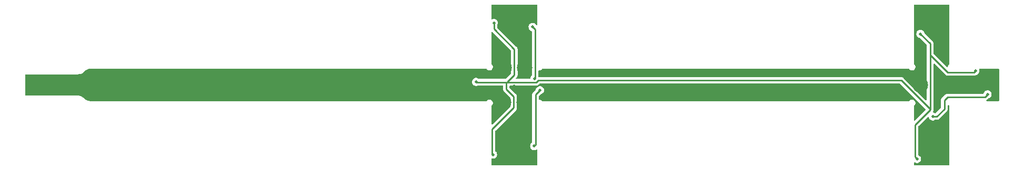
<source format=gbl>
G04 #@! TF.GenerationSoftware,KiCad,Pcbnew,7.0.7*
G04 #@! TF.CreationDate,2024-05-14T22:47:58+02:00*
G04 #@! TF.ProjectId,Pinky_V1,50696e6b-795f-4563-912e-6b696361645f,rev?*
G04 #@! TF.SameCoordinates,Original*
G04 #@! TF.FileFunction,Copper,L2,Bot*
G04 #@! TF.FilePolarity,Positive*
%FSLAX46Y46*%
G04 Gerber Fmt 4.6, Leading zero omitted, Abs format (unit mm)*
G04 Created by KiCad (PCBNEW 7.0.7) date 2024-05-14 22:47:58*
%MOMM*%
%LPD*%
G01*
G04 APERTURE LIST*
G04 #@! TA.AperFunction,ViaPad*
%ADD10C,0.500000*%
G04 #@! TD*
G04 #@! TA.AperFunction,ViaPad*
%ADD11C,2.500000*%
G04 #@! TD*
G04 #@! TA.AperFunction,ViaPad*
%ADD12C,0.800000*%
G04 #@! TD*
G04 #@! TA.AperFunction,Conductor*
%ADD13C,0.250000*%
G04 #@! TD*
G04 APERTURE END LIST*
D10*
X137709999Y-129484000D03*
X205930001Y-130183980D03*
X215320001Y-115993500D03*
X137850000Y-108233994D03*
X206470001Y-110004000D03*
X134969999Y-117764000D03*
X144330000Y-128114000D03*
X145250000Y-119104000D03*
X217280000Y-119764000D03*
X208460001Y-123344000D03*
X144079999Y-108884000D03*
X144400000Y-117204000D03*
X77973722Y-118254000D03*
X78673725Y-118254000D03*
D11*
X142729999Y-121064000D03*
X142809999Y-115464000D03*
D12*
X207530001Y-125114000D03*
D10*
X141080000Y-118414000D03*
D12*
X206090001Y-111944000D03*
D11*
X210280000Y-118264000D03*
X139529999Y-115464000D03*
X206430000Y-118264000D03*
D10*
X79373724Y-118254000D03*
D12*
X206230001Y-122714000D03*
D10*
X76573724Y-118254000D03*
X218410001Y-116074000D03*
D11*
X139429999Y-121064000D03*
D10*
X77273723Y-118254000D03*
D13*
X208045000Y-122254000D02*
X205620001Y-124678999D01*
X137560000Y-129334001D02*
X137560000Y-125394000D01*
X134989999Y-117784000D02*
X135009999Y-117804000D01*
X139990000Y-117784000D02*
X141134999Y-116639001D01*
X203400000Y-117514000D02*
X208045000Y-122159000D01*
X208045000Y-113388999D02*
X210890001Y-116234000D01*
X137850000Y-109204000D02*
X137850000Y-108233994D01*
X139850000Y-118914000D02*
X139850000Y-117804000D01*
X144650600Y-117809000D02*
X144955600Y-117504000D01*
X144955600Y-117504000D02*
X203390000Y-117504000D01*
X208045000Y-112944000D02*
X208045000Y-113388999D01*
X144149400Y-117809000D02*
X144650600Y-117809000D01*
X208045000Y-111588999D02*
X206470001Y-110014000D01*
X205620001Y-124678999D02*
X205620001Y-129873980D01*
X206470001Y-110014000D02*
X206470001Y-110004000D01*
X215079501Y-116234000D02*
X215320001Y-115993500D01*
X141134999Y-116639001D02*
X141134999Y-112488999D01*
X134989999Y-117784000D02*
X134969999Y-117764000D01*
X137709999Y-129484000D02*
X137560000Y-129334001D01*
X203390000Y-117504000D02*
X203400000Y-117514000D01*
X135009999Y-117804000D02*
X139850000Y-117804000D01*
X141034999Y-121919001D02*
X141034999Y-120098999D01*
X137560000Y-125394000D02*
X141034999Y-121919001D01*
X139850000Y-117804000D02*
X144144400Y-117804000D01*
X141034999Y-120098999D02*
X139850000Y-118914000D01*
X144144400Y-117804000D02*
X144149400Y-117809000D01*
X141134999Y-112488999D02*
X137850000Y-109204000D01*
X208045000Y-122159000D02*
X208045000Y-122254000D01*
X205620001Y-129873980D02*
X205930001Y-130183980D01*
X208045000Y-122254000D02*
X208045000Y-111588999D01*
X210890001Y-116234000D02*
X215079501Y-116234000D01*
X144330000Y-128114000D02*
X144540000Y-127904000D01*
X144540000Y-127904000D02*
X144540000Y-119814000D01*
X144540000Y-119814000D02*
X145250000Y-119104000D01*
X209120001Y-123344000D02*
X210320001Y-122144000D01*
X210320001Y-120704000D02*
X210830001Y-120194000D01*
X208460001Y-123344000D02*
X209120001Y-123344000D01*
X210320001Y-122144000D02*
X210320001Y-120704000D01*
X210830001Y-120194000D02*
X216850000Y-120194000D01*
X216850000Y-120194000D02*
X217280000Y-119764000D01*
X144470000Y-117134000D02*
X144400000Y-117204000D01*
X144470000Y-109274001D02*
X144470000Y-117134000D01*
X144079999Y-108884000D02*
X144470000Y-109274001D01*
G04 #@! TA.AperFunction,Conductor*
G36*
X203189513Y-118048407D02*
G01*
X203201326Y-118058496D01*
X207279325Y-122136495D01*
X207307102Y-122191012D01*
X207297531Y-122251444D01*
X207279325Y-122276503D01*
X205599502Y-123956328D01*
X205544985Y-123984105D01*
X205484553Y-123974534D01*
X205441288Y-123931269D01*
X205430498Y-123886324D01*
X205430498Y-121662122D01*
X205449405Y-121603931D01*
X205463641Y-121589317D01*
X205463426Y-121589102D01*
X205570510Y-121482019D01*
X205610367Y-121412985D01*
X205642986Y-121356488D01*
X205680503Y-121216477D01*
X205680503Y-121071526D01*
X205642987Y-120931515D01*
X205570512Y-120805984D01*
X205468016Y-120703488D01*
X205342485Y-120631013D01*
X205202474Y-120593497D01*
X205057523Y-120593497D01*
X205057520Y-120593497D01*
X204917512Y-120631013D01*
X204917508Y-120631015D01*
X204791980Y-120703489D01*
X204684898Y-120810574D01*
X204683706Y-120809382D01*
X204640001Y-120839424D01*
X204611878Y-120843502D01*
X145648122Y-120843502D01*
X145589931Y-120824595D01*
X145575318Y-120810359D01*
X145575103Y-120810575D01*
X145521972Y-120757444D01*
X145468020Y-120703491D01*
X145426618Y-120679587D01*
X145342490Y-120631014D01*
X145342487Y-120631013D01*
X145202482Y-120593498D01*
X145202477Y-120593497D01*
X145164498Y-120593497D01*
X145106307Y-120574588D01*
X145070345Y-120525088D01*
X145065500Y-120494497D01*
X145065500Y-120072676D01*
X145084407Y-120014485D01*
X145094490Y-120002679D01*
X145327632Y-119769536D01*
X145373938Y-119743419D01*
X145482365Y-119716696D01*
X145622240Y-119643283D01*
X145740483Y-119538530D01*
X145830220Y-119408523D01*
X145886237Y-119260818D01*
X145905278Y-119104000D01*
X145901677Y-119074346D01*
X145892583Y-118999454D01*
X145886237Y-118947182D01*
X145830220Y-118799477D01*
X145740483Y-118669470D01*
X145622240Y-118564717D01*
X145552302Y-118528010D01*
X145482364Y-118491303D01*
X145328987Y-118453500D01*
X145328985Y-118453500D01*
X145171015Y-118453500D01*
X145171012Y-118453500D01*
X145017635Y-118491303D01*
X144877758Y-118564718D01*
X144759515Y-118669471D01*
X144669780Y-118799476D01*
X144613763Y-118947182D01*
X144610986Y-118970049D01*
X144585201Y-119025536D01*
X144582712Y-119028116D01*
X144174771Y-119436058D01*
X144128530Y-119479245D01*
X144106318Y-119515770D01*
X144103466Y-119519960D01*
X144077636Y-119554024D01*
X144077635Y-119554026D01*
X144070741Y-119571506D01*
X144063237Y-119586615D01*
X144053473Y-119602673D01*
X144041939Y-119643835D01*
X144040323Y-119648641D01*
X144024641Y-119688407D01*
X144024640Y-119688413D01*
X144022718Y-119707103D01*
X144019569Y-119723676D01*
X144014500Y-119741771D01*
X144014500Y-119784521D01*
X144014240Y-119789585D01*
X144009869Y-119832110D01*
X144013061Y-119850625D01*
X144014500Y-119867444D01*
X144014500Y-127485090D01*
X143995593Y-127543281D01*
X143961509Y-127572749D01*
X143957759Y-127574716D01*
X143839515Y-127679471D01*
X143749780Y-127809476D01*
X143693763Y-127957182D01*
X143693762Y-127957183D01*
X143674722Y-128113998D01*
X143674722Y-128114001D01*
X143693762Y-128270816D01*
X143693763Y-128270817D01*
X143749780Y-128418523D01*
X143839515Y-128548528D01*
X143839516Y-128548529D01*
X143839517Y-128548530D01*
X143957760Y-128653283D01*
X144097635Y-128726696D01*
X144251015Y-128764500D01*
X144251018Y-128764500D01*
X144408982Y-128764500D01*
X144408985Y-128764500D01*
X144562365Y-128726696D01*
X144684492Y-128662597D01*
X144744801Y-128652297D01*
X144799650Y-128679413D01*
X144828085Y-128733590D01*
X144829498Y-128750258D01*
X144829498Y-131094502D01*
X144810591Y-131152693D01*
X144761091Y-131188657D01*
X144730498Y-131193502D01*
X137529497Y-131193502D01*
X137471306Y-131174595D01*
X137435342Y-131125095D01*
X137430497Y-131094502D01*
X137430497Y-130211441D01*
X137449404Y-130153250D01*
X137498904Y-130117286D01*
X137553188Y-130115318D01*
X137631014Y-130134500D01*
X137631017Y-130134500D01*
X137788981Y-130134500D01*
X137788984Y-130134500D01*
X137942364Y-130096696D01*
X138082239Y-130023283D01*
X138200482Y-129918530D01*
X138290219Y-129788523D01*
X138346236Y-129640818D01*
X138365277Y-129484000D01*
X138346236Y-129327182D01*
X138290219Y-129179477D01*
X138200482Y-129049470D01*
X138200481Y-129049469D01*
X138200481Y-129049468D01*
X138118851Y-128977151D01*
X138087832Y-128924411D01*
X138085500Y-128903048D01*
X138085500Y-125652676D01*
X138104407Y-125594485D01*
X138114490Y-125582678D01*
X141400242Y-122296927D01*
X141446468Y-122253756D01*
X141468683Y-122217222D01*
X141471519Y-122213055D01*
X141497364Y-122178976D01*
X141504259Y-122161489D01*
X141511765Y-122146376D01*
X141521525Y-122130329D01*
X141533059Y-122089159D01*
X141534672Y-122084364D01*
X141534816Y-122084001D01*
X141550358Y-122044590D01*
X141552279Y-122025891D01*
X141555429Y-122009318D01*
X141560499Y-121991229D01*
X141560499Y-121948486D01*
X141560759Y-121943421D01*
X141561661Y-121934642D01*
X141565131Y-121900891D01*
X141561938Y-121882377D01*
X141560499Y-121865556D01*
X141560499Y-120107983D01*
X141561705Y-120072676D01*
X141562659Y-120044754D01*
X141552537Y-120003220D01*
X141551591Y-119998247D01*
X141545770Y-119955888D01*
X141538284Y-119938655D01*
X141532903Y-119922653D01*
X141528457Y-119904405D01*
X141507506Y-119867145D01*
X141505249Y-119862602D01*
X141504206Y-119860201D01*
X141488218Y-119823390D01*
X141476357Y-119808812D01*
X141466860Y-119794856D01*
X141463896Y-119789585D01*
X141457657Y-119778488D01*
X141437152Y-119757983D01*
X141427426Y-119748256D01*
X141424028Y-119744491D01*
X141423154Y-119743417D01*
X141397053Y-119711334D01*
X141397052Y-119711333D01*
X141397051Y-119711332D01*
X141381705Y-119700499D01*
X141368793Y-119689624D01*
X140404496Y-118725327D01*
X140376719Y-118670810D01*
X140375500Y-118655323D01*
X140375500Y-118428500D01*
X140394407Y-118370309D01*
X140443907Y-118334345D01*
X140474500Y-118329500D01*
X144045719Y-118329500D01*
X144072428Y-118333170D01*
X144077172Y-118334500D01*
X144119922Y-118334500D01*
X144124986Y-118334760D01*
X144136459Y-118335939D01*
X144167510Y-118339131D01*
X144182716Y-118336509D01*
X144186025Y-118335939D01*
X144202844Y-118334500D01*
X144641615Y-118334500D01*
X144643851Y-118334576D01*
X144704845Y-118336660D01*
X144746377Y-118326538D01*
X144751340Y-118325594D01*
X144793711Y-118319771D01*
X144810955Y-118312280D01*
X144826943Y-118306904D01*
X144845194Y-118302457D01*
X144882455Y-118281505D01*
X144886985Y-118279255D01*
X144926209Y-118262219D01*
X144940784Y-118250360D01*
X144954736Y-118240864D01*
X144971112Y-118231658D01*
X145001348Y-118201420D01*
X145005092Y-118198041D01*
X145038265Y-118171054D01*
X145049100Y-118155702D01*
X145059972Y-118142797D01*
X145144274Y-118058496D01*
X145198791Y-118030719D01*
X145214277Y-118029500D01*
X203131322Y-118029500D01*
X203189513Y-118048407D01*
G37*
G04 #@! TD.AperFunction*
G04 #@! TA.AperFunction,Conductor*
G36*
X211014503Y-121507030D02*
G01*
X211084506Y-121577034D01*
X211096567Y-121589095D01*
X211095374Y-121590287D01*
X211125417Y-121633988D01*
X211129497Y-121662116D01*
X211129497Y-131094502D01*
X211110590Y-131152693D01*
X211061090Y-131188657D01*
X211030497Y-131193502D01*
X205529498Y-131193502D01*
X205471307Y-131174595D01*
X205435343Y-131125095D01*
X205430498Y-131094502D01*
X205430498Y-130820236D01*
X205449405Y-130762045D01*
X205498905Y-130726081D01*
X205560091Y-130726081D01*
X205575502Y-130732574D01*
X205697636Y-130796676D01*
X205851016Y-130834480D01*
X205851019Y-130834480D01*
X206008983Y-130834480D01*
X206008986Y-130834480D01*
X206162366Y-130796676D01*
X206302241Y-130723263D01*
X206420484Y-130618510D01*
X206510221Y-130488503D01*
X206566238Y-130340798D01*
X206585279Y-130183980D01*
X206566238Y-130027162D01*
X206510221Y-129879457D01*
X206420484Y-129749450D01*
X206302241Y-129644697D01*
X206198493Y-129590245D01*
X206155754Y-129546460D01*
X206145501Y-129502585D01*
X206145501Y-124937675D01*
X206164408Y-124879484D01*
X206174491Y-124867677D01*
X207649412Y-123392755D01*
X207703929Y-123364979D01*
X207764361Y-123374550D01*
X207807626Y-123417815D01*
X207817694Y-123450827D01*
X207823763Y-123500815D01*
X207823764Y-123500817D01*
X207879781Y-123648523D01*
X207969516Y-123778528D01*
X207969517Y-123778529D01*
X207969518Y-123778530D01*
X208087761Y-123883283D01*
X208227636Y-123956696D01*
X208381016Y-123994500D01*
X208381019Y-123994500D01*
X208538983Y-123994500D01*
X208538986Y-123994500D01*
X208692366Y-123956696D01*
X208832241Y-123883283D01*
X208832242Y-123883282D01*
X208836895Y-123880840D01*
X208882903Y-123869500D01*
X209111016Y-123869500D01*
X209113252Y-123869576D01*
X209174246Y-123871660D01*
X209215778Y-123861538D01*
X209220741Y-123860594D01*
X209263112Y-123854771D01*
X209280356Y-123847280D01*
X209296344Y-123841904D01*
X209314595Y-123837457D01*
X209351856Y-123816505D01*
X209356386Y-123814255D01*
X209395610Y-123797219D01*
X209410185Y-123785360D01*
X209424137Y-123775864D01*
X209440513Y-123766658D01*
X209470750Y-123736419D01*
X209474494Y-123733040D01*
X209507666Y-123706054D01*
X209518500Y-123690704D01*
X209529364Y-123677805D01*
X210685229Y-122521940D01*
X210731470Y-122478755D01*
X210753680Y-122442229D01*
X210756530Y-122438042D01*
X210767050Y-122424170D01*
X210782365Y-122403975D01*
X210789258Y-122386496D01*
X210796770Y-122371372D01*
X210806527Y-122355328D01*
X210818062Y-122314155D01*
X210819675Y-122309361D01*
X210824579Y-122296927D01*
X210835360Y-122269589D01*
X210837281Y-122250891D01*
X210840432Y-122234317D01*
X210845501Y-122216228D01*
X210845501Y-122173476D01*
X210845761Y-122168412D01*
X210848027Y-122146366D01*
X210850132Y-122125890D01*
X210846940Y-122107374D01*
X210845501Y-122090555D01*
X210845501Y-121577034D01*
X210864408Y-121518843D01*
X210913908Y-121482879D01*
X210975094Y-121482879D01*
X211014503Y-121507030D01*
G37*
G04 #@! TD.AperFunction*
G04 #@! TA.AperFunction,Conductor*
G36*
X137599498Y-109696668D02*
G01*
X139082457Y-111179626D01*
X140580503Y-112677672D01*
X140608280Y-112732189D01*
X140609499Y-112747676D01*
X140609499Y-116380324D01*
X140590592Y-116438515D01*
X140580503Y-116450328D01*
X139781327Y-117249504D01*
X139726810Y-117277281D01*
X139711323Y-117278500D01*
X135440494Y-117278500D01*
X135382303Y-117259593D01*
X135374845Y-117253603D01*
X135342240Y-117224718D01*
X135342239Y-117224717D01*
X135272301Y-117188010D01*
X135202363Y-117151303D01*
X135048986Y-117113500D01*
X135048984Y-117113500D01*
X134891014Y-117113500D01*
X134891011Y-117113500D01*
X134737634Y-117151303D01*
X134597757Y-117224718D01*
X134479514Y-117329471D01*
X134389779Y-117459476D01*
X134333762Y-117607182D01*
X134333761Y-117607183D01*
X134314721Y-117763998D01*
X134314721Y-117764001D01*
X134333761Y-117920816D01*
X134333762Y-117920817D01*
X134389779Y-118068523D01*
X134479514Y-118198528D01*
X134479515Y-118198529D01*
X134479516Y-118198530D01*
X134597759Y-118303283D01*
X134737634Y-118376696D01*
X134891014Y-118414500D01*
X134891017Y-118414500D01*
X135048981Y-118414500D01*
X135048984Y-118414500D01*
X135202364Y-118376696D01*
X135270680Y-118340840D01*
X135316689Y-118329500D01*
X139225500Y-118329500D01*
X139283691Y-118348407D01*
X139319655Y-118397907D01*
X139324500Y-118428500D01*
X139324500Y-118905015D01*
X139322340Y-118968244D01*
X139322340Y-118968250D01*
X139332458Y-119009766D01*
X139333405Y-119014749D01*
X139339228Y-119057109D01*
X139346715Y-119074346D01*
X139352094Y-119090341D01*
X139355241Y-119103255D01*
X139356543Y-119108594D01*
X139359301Y-119113500D01*
X139377490Y-119145848D01*
X139379744Y-119150386D01*
X139380143Y-119151304D01*
X139396781Y-119189610D01*
X139408636Y-119204181D01*
X139418135Y-119218137D01*
X139427341Y-119234511D01*
X139457576Y-119264747D01*
X139460973Y-119268511D01*
X139487948Y-119301667D01*
X139503284Y-119312492D01*
X139516199Y-119323369D01*
X140001644Y-119808814D01*
X140480503Y-120287672D01*
X140508280Y-120342189D01*
X140509499Y-120357676D01*
X140509499Y-121660323D01*
X140490592Y-121718514D01*
X140480503Y-121730327D01*
X137599501Y-124611329D01*
X137544984Y-124639106D01*
X137484552Y-124629535D01*
X137441287Y-124586270D01*
X137430497Y-124541325D01*
X137430497Y-121662123D01*
X137449404Y-121603932D01*
X137463642Y-121589319D01*
X137463426Y-121589103D01*
X137570510Y-121482019D01*
X137610367Y-121412985D01*
X137642986Y-121356488D01*
X137680503Y-121216477D01*
X137680503Y-121071526D01*
X137642987Y-120931515D01*
X137570512Y-120805984D01*
X137468016Y-120703488D01*
X137342485Y-120631013D01*
X137202474Y-120593497D01*
X137057523Y-120593497D01*
X137057520Y-120593497D01*
X136917512Y-120631013D01*
X136917508Y-120631015D01*
X136791980Y-120703489D01*
X136684898Y-120810574D01*
X136683706Y-120809382D01*
X136640001Y-120839424D01*
X136611878Y-120843502D01*
X72953227Y-120843502D01*
X72953202Y-120843500D01*
X72945238Y-120843500D01*
X72938877Y-120843500D01*
X72899609Y-120843501D01*
X72895675Y-120843345D01*
X72715499Y-120828990D01*
X72699964Y-120826498D01*
X72530076Y-120785177D01*
X72515134Y-120780257D01*
X72353942Y-120712550D01*
X72339967Y-120705324D01*
X72191531Y-120612933D01*
X72178887Y-120603592D01*
X72042983Y-120485393D01*
X72040102Y-120482678D01*
X71957421Y-120398238D01*
X71957416Y-120398234D01*
X71768995Y-120251148D01*
X71562768Y-120130248D01*
X71359247Y-120044755D01*
X71342386Y-120037672D01*
X71342384Y-120037671D01*
X71342383Y-120037671D01*
X71111702Y-119975036D01*
X71111692Y-119975034D01*
X70874750Y-119943435D01*
X70755296Y-119943501D01*
X70755230Y-119943501D01*
X70755224Y-119943501D01*
X70707635Y-119943501D01*
X70707634Y-119943501D01*
X70699662Y-119943501D01*
X70699650Y-119943502D01*
X62529497Y-119943502D01*
X62471306Y-119924595D01*
X62435342Y-119875095D01*
X62430497Y-119844502D01*
X62430497Y-116643502D01*
X62449404Y-116585311D01*
X62498904Y-116549347D01*
X62529497Y-116544502D01*
X70707632Y-116544502D01*
X70707635Y-116544503D01*
X70725575Y-116544502D01*
X70755230Y-116544518D01*
X70755230Y-116544519D01*
X70874753Y-116544584D01*
X71111701Y-116512984D01*
X71342392Y-116450342D01*
X71562780Y-116357757D01*
X71768997Y-116236854D01*
X71957424Y-116089755D01*
X72039635Y-116005784D01*
X72042483Y-116003098D01*
X72178912Y-115884442D01*
X72191558Y-115875101D01*
X72253280Y-115836683D01*
X72339987Y-115782713D01*
X72353952Y-115775491D01*
X72515145Y-115707783D01*
X72530086Y-115702862D01*
X72699982Y-115661541D01*
X72715494Y-115659053D01*
X72896168Y-115644658D01*
X72900087Y-115644503D01*
X72945238Y-115644505D01*
X72945241Y-115644503D01*
X72953202Y-115644504D01*
X72953227Y-115644503D01*
X136611888Y-115644503D01*
X136670079Y-115663410D01*
X136684692Y-115677646D01*
X136684908Y-115677431D01*
X136791989Y-115784511D01*
X136791991Y-115784512D01*
X136917521Y-115856985D01*
X136917523Y-115856985D01*
X136917526Y-115856987D01*
X136973207Y-115871905D01*
X137057532Y-115894499D01*
X137202480Y-115894497D01*
X137342464Y-115856987D01*
X137342483Y-115856982D01*
X137342483Y-115856981D01*
X137342490Y-115856980D01*
X137468018Y-115784504D01*
X137570511Y-115682009D01*
X137642984Y-115556479D01*
X137680498Y-115416469D01*
X137680497Y-115271521D01*
X137650554Y-115159775D01*
X137642981Y-115131513D01*
X137642980Y-115131510D01*
X137600986Y-115058777D01*
X137570505Y-115005983D01*
X137468010Y-114903489D01*
X137463422Y-114898901D01*
X137464613Y-114897709D01*
X137434574Y-114854001D01*
X137430497Y-114825883D01*
X137430497Y-109766674D01*
X137449404Y-109708483D01*
X137498904Y-109672519D01*
X137560090Y-109672519D01*
X137599498Y-109696668D01*
G37*
G04 #@! TD.AperFunction*
G04 #@! TA.AperFunction,Conductor*
G36*
X208739500Y-114826669D02*
G01*
X209557334Y-115644502D01*
X210512060Y-116599228D01*
X210555242Y-116645466D01*
X210555244Y-116645467D01*
X210555246Y-116645469D01*
X210591770Y-116667679D01*
X210595958Y-116670530D01*
X210616055Y-116685770D01*
X210630026Y-116696364D01*
X210630027Y-116696364D01*
X210630028Y-116696365D01*
X210647500Y-116703255D01*
X210662619Y-116710764D01*
X210678669Y-116720524D01*
X210678671Y-116720525D01*
X210678673Y-116720526D01*
X210719838Y-116732059D01*
X210724631Y-116733671D01*
X210764412Y-116749359D01*
X210783092Y-116751279D01*
X210799683Y-116754432D01*
X210817769Y-116759499D01*
X210817771Y-116759500D01*
X210817773Y-116759500D01*
X210860523Y-116759500D01*
X210865587Y-116759760D01*
X210877060Y-116760939D01*
X210908111Y-116764131D01*
X210923317Y-116761509D01*
X210926626Y-116760939D01*
X210943445Y-116759500D01*
X215070516Y-116759500D01*
X215072752Y-116759576D01*
X215133746Y-116761660D01*
X215175278Y-116751538D01*
X215180241Y-116750594D01*
X215222612Y-116744771D01*
X215239856Y-116737280D01*
X215255844Y-116731904D01*
X215274095Y-116727457D01*
X215311356Y-116706505D01*
X215315886Y-116704255D01*
X215355110Y-116687219D01*
X215369685Y-116675359D01*
X215383631Y-116665868D01*
X215400013Y-116656658D01*
X215400020Y-116656650D01*
X215405411Y-116652564D01*
X215406521Y-116654028D01*
X215443941Y-116632918D01*
X215552366Y-116606196D01*
X215692241Y-116532783D01*
X215810484Y-116428030D01*
X215900221Y-116298023D01*
X215956238Y-116150318D01*
X215975279Y-115993500D01*
X215969519Y-115946065D01*
X215956238Y-115836683D01*
X215956238Y-115836682D01*
X215934212Y-115778606D01*
X215931257Y-115717494D01*
X215964788Y-115666314D01*
X216021997Y-115644618D01*
X216026780Y-115644502D01*
X219030498Y-115644502D01*
X219088689Y-115663409D01*
X219124653Y-115712909D01*
X219129498Y-115743502D01*
X219129498Y-120744502D01*
X219110591Y-120802693D01*
X219061091Y-120838657D01*
X219030498Y-120843502D01*
X217150133Y-120843502D01*
X217091942Y-120824595D01*
X217055978Y-120775095D01*
X217055978Y-120713909D01*
X217091942Y-120664409D01*
X217110692Y-120653698D01*
X217116162Y-120651322D01*
X217125609Y-120647219D01*
X217140184Y-120635360D01*
X217154136Y-120625864D01*
X217170512Y-120616658D01*
X217200749Y-120586419D01*
X217204493Y-120583040D01*
X217237665Y-120556054D01*
X217248499Y-120540704D01*
X217259363Y-120527805D01*
X217357634Y-120429534D01*
X217403940Y-120403418D01*
X217512365Y-120376696D01*
X217652240Y-120303283D01*
X217770483Y-120198530D01*
X217860220Y-120068523D01*
X217916237Y-119920818D01*
X217931531Y-119794856D01*
X217935278Y-119764001D01*
X217935278Y-119763998D01*
X217916237Y-119607183D01*
X217916237Y-119607182D01*
X217860220Y-119459477D01*
X217770483Y-119329470D01*
X217652240Y-119224717D01*
X217582302Y-119188010D01*
X217512364Y-119151303D01*
X217358987Y-119113500D01*
X217358985Y-119113500D01*
X217201015Y-119113500D01*
X217201012Y-119113500D01*
X217047635Y-119151303D01*
X216907758Y-119224718D01*
X216789515Y-119329471D01*
X216699780Y-119459476D01*
X216644740Y-119604606D01*
X216606426Y-119652311D01*
X216552173Y-119668500D01*
X210838986Y-119668500D01*
X210775756Y-119666340D01*
X210775749Y-119666340D01*
X210741796Y-119674615D01*
X210734224Y-119676460D01*
X210729250Y-119677405D01*
X210686892Y-119683228D01*
X210669649Y-119690717D01*
X210653660Y-119696093D01*
X210635407Y-119700542D01*
X210635404Y-119700543D01*
X210598157Y-119721486D01*
X210593617Y-119723742D01*
X210554391Y-119740781D01*
X210539815Y-119752639D01*
X210525865Y-119762133D01*
X210509490Y-119771340D01*
X210509487Y-119771343D01*
X210479257Y-119801572D01*
X210475494Y-119804968D01*
X210442334Y-119831947D01*
X210431502Y-119847292D01*
X210420628Y-119860201D01*
X209954771Y-120326059D01*
X209908531Y-120369245D01*
X209886319Y-120405770D01*
X209883467Y-120409960D01*
X209857637Y-120444024D01*
X209857636Y-120444026D01*
X209850742Y-120461506D01*
X209843238Y-120476615D01*
X209833474Y-120492673D01*
X209821940Y-120533835D01*
X209820324Y-120538641D01*
X209804642Y-120578407D01*
X209804641Y-120578413D01*
X209802719Y-120597103D01*
X209799570Y-120613677D01*
X209794501Y-120631772D01*
X209794500Y-120631774D01*
X209794500Y-120674525D01*
X209794240Y-120679587D01*
X209789870Y-120722110D01*
X209793062Y-120740625D01*
X209794501Y-120757444D01*
X209794501Y-121885322D01*
X209775594Y-121943513D01*
X209765505Y-121955326D01*
X208938755Y-122782076D01*
X208884238Y-122809853D01*
X208823806Y-122800282D01*
X208822743Y-122799732D01*
X208692365Y-122731303D01*
X208543776Y-122694680D01*
X208491801Y-122662396D01*
X208468728Y-122605728D01*
X208483371Y-122546321D01*
X208488573Y-122538753D01*
X208507364Y-122513975D01*
X208514257Y-122496492D01*
X208521761Y-122481383D01*
X208531526Y-122465328D01*
X208543061Y-122424157D01*
X208544666Y-122419381D01*
X208560359Y-122379590D01*
X208562280Y-122360892D01*
X208565429Y-122344324D01*
X208570500Y-122326228D01*
X208570500Y-122283478D01*
X208570760Y-122278413D01*
X208573587Y-122250906D01*
X208575131Y-122235891D01*
X208571939Y-122217376D01*
X208570500Y-122200557D01*
X208570500Y-122167984D01*
X208571238Y-122146366D01*
X208572660Y-122104755D01*
X208572658Y-122104747D01*
X208571967Y-122098012D01*
X208572180Y-122097990D01*
X208570499Y-122084009D01*
X208570499Y-114896674D01*
X208589406Y-114838484D01*
X208638906Y-114802520D01*
X208700092Y-114802520D01*
X208739500Y-114826669D01*
G37*
G04 #@! TD.AperFunction*
G04 #@! TA.AperFunction,Conductor*
G36*
X211088688Y-105313409D02*
G01*
X211124652Y-105362909D01*
X211129497Y-105393502D01*
X211129497Y-114825888D01*
X211110590Y-114884079D01*
X211096356Y-114898690D01*
X211096572Y-114898906D01*
X210989492Y-115005986D01*
X210917022Y-115131510D01*
X210917017Y-115131518D01*
X210885919Y-115247580D01*
X210879757Y-115270575D01*
X210846432Y-115321889D01*
X210789311Y-115343815D01*
X210730210Y-115327979D01*
X210714126Y-115314955D01*
X208599495Y-113200325D01*
X208571718Y-113145808D01*
X208570499Y-113130321D01*
X208570500Y-111597983D01*
X208570576Y-111595746D01*
X208572660Y-111534754D01*
X208562534Y-111493205D01*
X208561594Y-111488257D01*
X208555771Y-111445888D01*
X208548280Y-111428644D01*
X208542903Y-111412653D01*
X208538457Y-111394405D01*
X208517509Y-111357149D01*
X208515252Y-111352606D01*
X208498219Y-111313390D01*
X208486363Y-111298818D01*
X208476862Y-111284857D01*
X208467660Y-111268489D01*
X208437422Y-111238250D01*
X208434024Y-111234485D01*
X208407052Y-111201332D01*
X208391709Y-111190501D01*
X208378797Y-111179626D01*
X207138670Y-109939499D01*
X207110893Y-109884982D01*
X207110396Y-109881428D01*
X207106238Y-109847184D01*
X207106238Y-109847182D01*
X207050221Y-109699477D01*
X206960484Y-109569470D01*
X206842241Y-109464717D01*
X206763292Y-109423281D01*
X206702365Y-109391303D01*
X206548988Y-109353500D01*
X206548986Y-109353500D01*
X206391016Y-109353500D01*
X206391013Y-109353500D01*
X206237636Y-109391303D01*
X206097759Y-109464718D01*
X205979516Y-109569471D01*
X205889781Y-109699476D01*
X205833764Y-109847182D01*
X205833763Y-109847183D01*
X205814723Y-110003998D01*
X205814723Y-110004001D01*
X205833763Y-110160816D01*
X205833764Y-110160817D01*
X205889781Y-110308523D01*
X205979516Y-110438528D01*
X205979517Y-110438529D01*
X205979518Y-110438530D01*
X206097761Y-110543283D01*
X206237636Y-110616696D01*
X206332787Y-110640148D01*
X206379098Y-110666267D01*
X207490505Y-111777673D01*
X207518281Y-111832188D01*
X207519500Y-111847675D01*
X207519500Y-113380014D01*
X207517340Y-113443242D01*
X207518033Y-113449983D01*
X207517819Y-113450004D01*
X207519500Y-113463996D01*
X207519500Y-120651322D01*
X207500593Y-120709513D01*
X207451093Y-120745477D01*
X207389907Y-120745477D01*
X207350496Y-120721326D01*
X203767940Y-117138771D01*
X203724757Y-117092532D01*
X203724755Y-117092531D01*
X203688232Y-117070321D01*
X203684039Y-117067467D01*
X203649973Y-117041634D01*
X203632492Y-117034740D01*
X203617381Y-117027235D01*
X203601325Y-117017472D01*
X203560166Y-117005940D01*
X203555360Y-117004324D01*
X203515589Y-116988641D01*
X203515592Y-116988641D01*
X203503628Y-116987411D01*
X203496892Y-116986718D01*
X203480314Y-116983567D01*
X203462228Y-116978500D01*
X203419478Y-116978500D01*
X203414414Y-116978240D01*
X203380061Y-116974709D01*
X203371890Y-116973869D01*
X203371889Y-116973869D01*
X203353375Y-116977061D01*
X203336556Y-116978500D01*
X145094500Y-116978500D01*
X145036309Y-116959593D01*
X145000345Y-116910093D01*
X144995500Y-116879500D01*
X144995500Y-115993497D01*
X145014407Y-115935306D01*
X145063907Y-115899342D01*
X145094499Y-115894497D01*
X145202471Y-115894498D01*
X145342481Y-115856984D01*
X145468010Y-115784511D01*
X145570505Y-115682018D01*
X145570505Y-115682017D01*
X145575093Y-115677430D01*
X145576283Y-115678620D01*
X145620005Y-115648577D01*
X145648113Y-115644503D01*
X204611888Y-115644503D01*
X204670079Y-115663410D01*
X204684692Y-115677646D01*
X204684908Y-115677431D01*
X204791989Y-115784511D01*
X204791991Y-115784512D01*
X204917521Y-115856985D01*
X204917523Y-115856985D01*
X204917526Y-115856987D01*
X204973207Y-115871905D01*
X205057532Y-115894499D01*
X205202480Y-115894497D01*
X205342464Y-115856987D01*
X205342483Y-115856982D01*
X205342483Y-115856981D01*
X205342490Y-115856980D01*
X205468018Y-115784504D01*
X205570511Y-115682009D01*
X205642984Y-115556479D01*
X205680498Y-115416469D01*
X205680497Y-115271521D01*
X205650554Y-115159775D01*
X205642981Y-115131513D01*
X205642980Y-115131510D01*
X205600986Y-115058777D01*
X205570505Y-115005983D01*
X205468010Y-114903489D01*
X205468010Y-114903488D01*
X205463422Y-114898901D01*
X205464612Y-114897710D01*
X205434572Y-114853990D01*
X205430498Y-114825883D01*
X205430498Y-105393502D01*
X205449405Y-105335311D01*
X205498905Y-105299347D01*
X205529498Y-105294502D01*
X211030497Y-105294502D01*
X211088688Y-105313409D01*
G37*
G04 #@! TD.AperFunction*
G04 #@! TA.AperFunction,Conductor*
G36*
X144788689Y-105313409D02*
G01*
X144824653Y-105362909D01*
X144829498Y-105393502D01*
X144829498Y-108507017D01*
X144810591Y-108565208D01*
X144761091Y-108601172D01*
X144699905Y-108601172D01*
X144650405Y-108565208D01*
X144649022Y-108563255D01*
X144570483Y-108449471D01*
X144452240Y-108344718D01*
X144452239Y-108344717D01*
X144382301Y-108308010D01*
X144312363Y-108271303D01*
X144158986Y-108233500D01*
X144158984Y-108233500D01*
X144001014Y-108233500D01*
X144001011Y-108233500D01*
X143847634Y-108271303D01*
X143707757Y-108344718D01*
X143589514Y-108449471D01*
X143499779Y-108579476D01*
X143443762Y-108727182D01*
X143443761Y-108727183D01*
X143424721Y-108883998D01*
X143424721Y-108884001D01*
X143443761Y-109040816D01*
X143443762Y-109040817D01*
X143499779Y-109188523D01*
X143589514Y-109318528D01*
X143589515Y-109318529D01*
X143589516Y-109318530D01*
X143707759Y-109423283D01*
X143847634Y-109496696D01*
X143869192Y-109502009D01*
X143921166Y-109534291D01*
X143944240Y-109590959D01*
X143944500Y-109598132D01*
X143944500Y-116693921D01*
X143925593Y-116752112D01*
X143911152Y-116768021D01*
X143909517Y-116769469D01*
X143819780Y-116899476D01*
X143763763Y-117047182D01*
X143763762Y-117047183D01*
X143746248Y-117191433D01*
X143720465Y-117246921D01*
X143666991Y-117276656D01*
X143647970Y-117278500D01*
X141477675Y-117278500D01*
X141419484Y-117259593D01*
X141383520Y-117210093D01*
X141383520Y-117148907D01*
X141407668Y-117109499D01*
X141500227Y-117016941D01*
X141546468Y-116973756D01*
X141568678Y-116937230D01*
X141571528Y-116933043D01*
X141588932Y-116910093D01*
X141597363Y-116898976D01*
X141604256Y-116881497D01*
X141611768Y-116866373D01*
X141621525Y-116850329D01*
X141633060Y-116809156D01*
X141634673Y-116804362D01*
X141648433Y-116769470D01*
X141650358Y-116764590D01*
X141652279Y-116745892D01*
X141655430Y-116729318D01*
X141660499Y-116711229D01*
X141660499Y-116668478D01*
X141660759Y-116663413D01*
X141661503Y-116656167D01*
X141665130Y-116620891D01*
X141662960Y-116608305D01*
X141661938Y-116602375D01*
X141660499Y-116585556D01*
X141660499Y-112497983D01*
X141660575Y-112495746D01*
X141662659Y-112434754D01*
X141652533Y-112393205D01*
X141651593Y-112388257D01*
X141645770Y-112345888D01*
X141638279Y-112328644D01*
X141632902Y-112312653D01*
X141628456Y-112294405D01*
X141607509Y-112257151D01*
X141605252Y-112252608D01*
X141588220Y-112213394D01*
X141588216Y-112213387D01*
X141576361Y-112198816D01*
X141566859Y-112184855D01*
X141557657Y-112168489D01*
X141557656Y-112168487D01*
X141542541Y-112153372D01*
X141527426Y-112138256D01*
X141524028Y-112134491D01*
X141497051Y-112101332D01*
X141481705Y-112090499D01*
X141468793Y-112079624D01*
X138404496Y-109015327D01*
X138376719Y-108960810D01*
X138375500Y-108945323D01*
X138375500Y-108648641D01*
X138393024Y-108592403D01*
X138430220Y-108538517D01*
X138486237Y-108390812D01*
X138505278Y-108233994D01*
X138486237Y-108077176D01*
X138430220Y-107929471D01*
X138340483Y-107799464D01*
X138222240Y-107694711D01*
X138144122Y-107653711D01*
X138082364Y-107621297D01*
X137928987Y-107583494D01*
X137928985Y-107583494D01*
X137771015Y-107583494D01*
X137771012Y-107583494D01*
X137617635Y-107621297D01*
X137575505Y-107643410D01*
X137515193Y-107653711D01*
X137460345Y-107626595D01*
X137431910Y-107572418D01*
X137430497Y-107555750D01*
X137430497Y-105393502D01*
X137449404Y-105335311D01*
X137498904Y-105299347D01*
X137529497Y-105294502D01*
X144730498Y-105294502D01*
X144788689Y-105313409D01*
G37*
G04 #@! TD.AperFunction*
M02*

</source>
